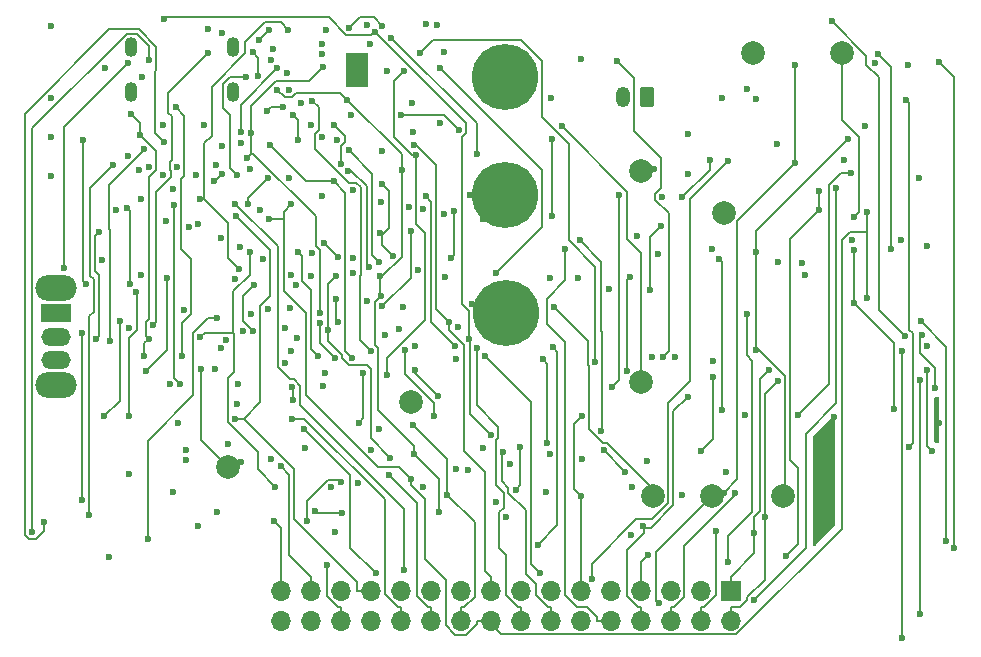
<source format=gbr>
%TF.GenerationSoftware,KiCad,Pcbnew,9.0.0*%
%TF.CreationDate,2025-03-28T12:19:08+02:00*%
%TF.ProjectId,EEE3088F_2025_Project,45454533-3038-4384-965f-323032355f50,rev?*%
%TF.SameCoordinates,Original*%
%TF.FileFunction,Copper,L2,Bot*%
%TF.FilePolarity,Positive*%
%FSLAX46Y46*%
G04 Gerber Fmt 4.6, Leading zero omitted, Abs format (unit mm)*
G04 Created by KiCad (PCBNEW 9.0.0) date 2025-03-28 12:19:08*
%MOMM*%
%LPD*%
G01*
G04 APERTURE LIST*
G04 Aperture macros list*
%AMRoundRect*
0 Rectangle with rounded corners*
0 $1 Rounding radius*
0 $2 $3 $4 $5 $6 $7 $8 $9 X,Y pos of 4 corners*
0 Add a 4 corners polygon primitive as box body*
4,1,4,$2,$3,$4,$5,$6,$7,$8,$9,$2,$3,0*
0 Add four circle primitives for the rounded corners*
1,1,$1+$1,$2,$3*
1,1,$1+$1,$4,$5*
1,1,$1+$1,$6,$7*
1,1,$1+$1,$8,$9*
0 Add four rect primitives between the rounded corners*
20,1,$1+$1,$2,$3,$4,$5,0*
20,1,$1+$1,$4,$5,$6,$7,0*
20,1,$1+$1,$6,$7,$8,$9,0*
20,1,$1+$1,$8,$9,$2,$3,0*%
G04 Aperture macros list end*
%TA.AperFunction,ComponentPad*%
%ADD10C,2.000000*%
%TD*%
%TA.AperFunction,ComponentPad*%
%ADD11C,5.600000*%
%TD*%
%TA.AperFunction,HeatsinkPad*%
%ADD12C,0.500000*%
%TD*%
%TA.AperFunction,HeatsinkPad*%
%ADD13R,1.900000X2.900000*%
%TD*%
%TA.AperFunction,ComponentPad*%
%ADD14RoundRect,0.250000X0.350000X0.625000X-0.350000X0.625000X-0.350000X-0.625000X0.350000X-0.625000X0*%
%TD*%
%TA.AperFunction,ComponentPad*%
%ADD15O,1.200000X1.750000*%
%TD*%
%TA.AperFunction,ComponentPad*%
%ADD16R,1.700000X1.700000*%
%TD*%
%TA.AperFunction,ComponentPad*%
%ADD17O,1.700000X1.700000*%
%TD*%
%TA.AperFunction,HeatsinkPad*%
%ADD18O,1.100000X1.700000*%
%TD*%
%TA.AperFunction,ComponentPad*%
%ADD19O,3.500000X2.200000*%
%TD*%
%TA.AperFunction,ComponentPad*%
%ADD20R,2.500000X1.500000*%
%TD*%
%TA.AperFunction,ComponentPad*%
%ADD21O,2.500000X1.500000*%
%TD*%
%TA.AperFunction,ViaPad*%
%ADD22C,0.600000*%
%TD*%
%TA.AperFunction,Conductor*%
%ADD23C,0.200000*%
%TD*%
G04 APERTURE END LIST*
D10*
%TO.P,TP6,1,1*%
%TO.N,Net-(JP3-B)*%
X103000000Y-92500000D03*
%TD*%
D11*
%TO.P,H2,1*%
%TO.N,GND*%
X84500000Y-91000000D03*
%TD*%
D10*
%TO.P,TP1,1,1*%
%TO.N,/IN-*%
X97000000Y-116500000D03*
%TD*%
D12*
%TO.P,U8,9,EPAD*%
%TO.N,GND*%
X71275000Y-79205000D03*
X71275000Y-80405000D03*
X71275000Y-81605000D03*
D13*
X71975000Y-80405000D03*
D12*
X72675000Y-79205000D03*
X72675000Y-80405000D03*
X72675000Y-81605000D03*
%TD*%
D14*
%TO.P,J3,1,Pin_1*%
%TO.N,GND*%
X96500000Y-82700000D03*
D15*
%TO.P,J3,2,Pin_2*%
%TO.N,/IN+*%
X94500000Y-82700000D03*
%TD*%
D10*
%TO.P,TP8,1,1*%
%TO.N,Net-(U2-AISEN)*%
X113000000Y-79000000D03*
%TD*%
D16*
%TO.P,J1,1,Pin_1*%
%TO.N,/Motor2_B_OUT*%
X103600000Y-124500000D03*
D17*
%TO.P,J1,2,Pin_2*%
%TO.N,/Motor2_A_OUT*%
X103600000Y-127040000D03*
%TO.P,J1,3,Pin_3*%
%TO.N,/Motor4_A_OUT*%
X101060000Y-124500000D03*
%TO.P,J1,4,Pin_4*%
%TO.N,/MOTOR2_CTRL1*%
X101060000Y-127040000D03*
%TO.P,J1,5,Pin_5*%
%TO.N,/Motor4_B_OUT*%
X98520000Y-124500000D03*
%TO.P,J1,6,Pin_6*%
%TO.N,/MOTOR2_CTRL2*%
X98520000Y-127040000D03*
%TO.P,J1,7,Pin_7*%
%TO.N,/CTRL_EXT_LOAD2*%
X95980000Y-124500000D03*
%TO.P,J1,8,Pin_8*%
%TO.N,/MOTOR4_CTRL1*%
X95980000Y-127040000D03*
%TO.P,J1,9,Pin_9*%
%TO.N,/USART2_RX*%
X93440000Y-124500000D03*
%TO.P,J1,10,Pin_10*%
%TO.N,/MOTOR4_CTRL2*%
X93440000Y-127040000D03*
%TO.P,J1,11,Pin_11*%
%TO.N,/EXT_LOAD2_OUT*%
X90900000Y-124500000D03*
%TO.P,J1,12,Pin_12*%
%TO.N,/USART2_TX*%
X90900000Y-127040000D03*
%TO.P,J1,13,Pin_13*%
%TO.N,/FAST_CHARGE_CTRL*%
X88360000Y-124500000D03*
%TO.P,J1,14,Pin_14*%
%TO.N,/Battery*%
X88360000Y-127040000D03*
%TO.P,J1,15,Pin_15*%
%TO.N,unconnected-(J1-Pin_15-Pad15)*%
X85820000Y-124500000D03*
%TO.P,J1,16,Pin_16*%
%TO.N,/I2C1_SCL*%
X85820000Y-127040000D03*
%TO.P,J1,17,Pin_17*%
%TO.N,/I2C1_SDA*%
X83280000Y-124500000D03*
%TO.P,J1,18,Pin_18*%
%TO.N,/3V3 Out*%
X83280000Y-127040000D03*
%TO.P,J1,19,Pin_19*%
%TO.N,GND*%
X80740000Y-124500000D03*
%TO.P,J1,20,Pin_20*%
%TO.N,/5V Out*%
X80740000Y-127040000D03*
%TO.P,J1,21,Pin_21*%
%TO.N,/EXT_LOAD1_OUT*%
X78200000Y-124500000D03*
%TO.P,J1,22,Pin_22*%
%TO.N,/HV*%
X78200000Y-127040000D03*
%TO.P,J1,23,Pin_23*%
%TO.N,GND*%
X75660000Y-124500000D03*
%TO.P,J1,24,Pin_24*%
%TO.N,/MOTOR3_CTRL1*%
X75660000Y-127040000D03*
%TO.P,J1,25,Pin_25*%
%TO.N,/CTRL_EXT_LOAD1*%
X73120000Y-124500000D03*
%TO.P,J1,26,Pin_26*%
%TO.N,/MOTOR3_CTRL2*%
X73120000Y-127040000D03*
%TO.P,J1,27,Pin_27*%
%TO.N,/MOTOR3_A_OUT*%
X70580000Y-124500000D03*
%TO.P,J1,28,Pin_28*%
%TO.N,/MOTOR1_CTRL1*%
X70580000Y-127040000D03*
%TO.P,J1,29,Pin_29*%
%TO.N,/MOTOR3_B_OUT*%
X68040000Y-124500000D03*
%TO.P,J1,30,Pin_30*%
%TO.N,/MOTOR1_CTRL2*%
X68040000Y-127040000D03*
%TO.P,J1,31,Pin_31*%
%TO.N,/MOTOR1_B_OUT*%
X65500000Y-124500000D03*
%TO.P,J1,32,Pin_32*%
%TO.N,/MOTOR1_A_OUT*%
X65500000Y-127040000D03*
%TD*%
D18*
%TO.P,J2,S1,Shield*%
%TO.N,GND*%
X61500000Y-82300000D03*
X61500000Y-78500000D03*
X52860000Y-82300000D03*
X52860000Y-78500000D03*
%TD*%
D11*
%TO.P,H1,1*%
%TO.N,GND*%
X84500000Y-81000000D03*
%TD*%
D10*
%TO.P,TP12,1,1*%
%TO.N,Net-(JP4-B)*%
X96000000Y-106860000D03*
%TD*%
%TO.P,TP7,1,1*%
%TO.N,/5V Out*%
X108000000Y-116500000D03*
%TD*%
%TO.P,TP10,1,1*%
%TO.N,/EXT_LOAD2_OUT*%
X76500000Y-108500000D03*
%TD*%
%TO.P,TP4,1,1*%
%TO.N,/5V*%
X96000000Y-89000000D03*
%TD*%
%TO.P,TP2,1,1*%
%TO.N,/EXT_LOAD1_OUT*%
X102000000Y-116500000D03*
%TD*%
D11*
%TO.P,H3,1*%
%TO.N,GND*%
X84550000Y-101000000D03*
%TD*%
D10*
%TO.P,TP3,1,1*%
%TO.N,Net-(Q2-D)*%
X105500000Y-79000000D03*
%TD*%
%TO.P,TP9,1,1*%
%TO.N,Net-(U1-AISEN)*%
X61000000Y-114000000D03*
%TD*%
D19*
%TO.P,SW1,*%
%TO.N,*%
X46500000Y-98900000D03*
X46500000Y-107100000D03*
D20*
%TO.P,SW1,1,A*%
%TO.N,/Battery*%
X46500000Y-101000000D03*
D21*
%TO.P,SW1,2,B*%
%TO.N,/IN-*%
X46500000Y-103000000D03*
%TO.P,SW1,3,C*%
%TO.N,unconnected-(SW1-C-Pad3)*%
X46500000Y-105000000D03*
%TD*%
D22*
%TO.N,GND*%
X109874400Y-97780100D03*
X120248800Y-95300000D03*
X46042000Y-86067100D03*
X62109400Y-86601700D03*
X114952000Y-85168200D03*
X61651300Y-98090500D03*
X76693000Y-85669500D03*
X99491100Y-116384000D03*
X68968700Y-78235400D03*
X74012000Y-91556000D03*
X66274300Y-100546000D03*
X103219000Y-114462000D03*
X118000000Y-94783700D03*
X74040100Y-87257700D03*
X60531500Y-77243900D03*
X60438600Y-94665900D03*
X61033300Y-112100000D03*
X51589000Y-92245500D03*
X57484900Y-112610000D03*
X56391500Y-90500100D03*
X81717100Y-100270000D03*
X58535000Y-119052000D03*
X76360300Y-92007400D03*
X59916300Y-105766000D03*
X81495400Y-91011600D03*
X56099000Y-107024000D03*
X83724300Y-117011000D03*
X52547800Y-87739600D03*
X53775900Y-80975300D03*
X57714800Y-93739900D03*
X112369900Y-109824300D03*
X67547200Y-112460000D03*
X113891000Y-94783700D03*
X59339300Y-76923500D03*
X118645000Y-79966900D03*
X90652100Y-97996500D03*
X95150600Y-119825000D03*
X102050000Y-95535900D03*
X70246300Y-86346600D03*
X68987800Y-86077500D03*
X115816000Y-79852700D03*
X66409200Y-97769900D03*
X71592100Y-97633400D03*
X68967200Y-79037200D03*
X84873600Y-113770000D03*
X79322900Y-92609700D03*
X66162500Y-82119500D03*
X69042100Y-107168000D03*
X60561600Y-86849300D03*
X46042000Y-76679300D03*
X62949900Y-101090000D03*
X99971800Y-89202200D03*
X52687400Y-114605000D03*
X72820200Y-76571500D03*
X72249100Y-80841500D03*
X119550000Y-89570200D03*
X56736000Y-88644200D03*
X104826200Y-109597500D03*
X59023200Y-85038100D03*
X73136200Y-112617000D03*
X121201700Y-110314500D03*
X80334100Y-104873000D03*
X82666300Y-112428000D03*
X80527800Y-102213000D03*
X60423500Y-103956000D03*
X64700800Y-113386000D03*
X50391900Y-96477100D03*
X52673400Y-102247000D03*
X96501600Y-113561000D03*
X53533100Y-88923900D03*
X120247700Y-103800000D03*
X77564000Y-92189200D03*
X95705100Y-94494400D03*
X68996100Y-91052600D03*
X109630000Y-96771300D03*
X79026500Y-84903600D03*
X66207200Y-89533600D03*
X90913000Y-79501100D03*
X69278700Y-106052000D03*
X46042000Y-89388500D03*
X104967000Y-82008300D03*
X57516100Y-113463000D03*
X84610000Y-118260000D03*
X80362500Y-114182000D03*
X53666800Y-97769900D03*
X60898100Y-103280600D03*
X113208000Y-88000000D03*
X68125700Y-95946200D03*
X46042000Y-82758200D03*
X99971800Y-85825100D03*
X58315400Y-89268400D03*
X62863400Y-88771400D03*
X55567300Y-89282200D03*
X68057600Y-85105100D03*
X57316600Y-100756000D03*
X96944300Y-104740000D03*
X72833600Y-99957900D03*
X97815700Y-91143700D03*
X54351200Y-88662600D03*
X69760300Y-115719200D03*
X55772000Y-93240500D03*
X67232600Y-83216800D03*
X79418300Y-97986600D03*
X65898200Y-102304000D03*
X60086200Y-117838000D03*
X88362200Y-82802400D03*
X107500000Y-86685200D03*
X68087900Y-97860800D03*
X90971700Y-113387000D03*
X88329400Y-98033100D03*
X64427900Y-100654000D03*
X62079000Y-95440300D03*
X79325100Y-78928600D03*
X56809400Y-110320000D03*
X93321900Y-99000000D03*
X105777000Y-82838900D03*
X63709100Y-92310000D03*
X81338400Y-114294000D03*
X66027800Y-80671000D03*
X61769800Y-108727000D03*
X50631000Y-80275500D03*
X77096700Y-97328700D03*
X55500000Y-85050300D03*
X58534900Y-93432600D03*
X82668600Y-93035000D03*
X56396700Y-116136000D03*
X95232100Y-115735000D03*
X88273300Y-112901000D03*
X65890100Y-105257000D03*
X66913700Y-103096000D03*
X97450000Y-95990000D03*
X70103200Y-119509900D03*
X73852400Y-110804000D03*
X60027500Y-88502400D03*
X72629500Y-79246500D03*
X72050000Y-115416500D03*
X107634000Y-96640900D03*
X75475400Y-102305000D03*
%TO.N,/Battery*%
X70377000Y-96222900D03*
X63997200Y-96431600D03*
X65030300Y-115706800D03*
X71583200Y-96372900D03*
X58678900Y-103022000D03*
X114023400Y-100125900D03*
X69199300Y-95045200D03*
X114023400Y-95677000D03*
X62878600Y-95853300D03*
X117397000Y-109147000D03*
X84319800Y-112762000D03*
%TO.N,Net-(U1-VINT)*%
X119824000Y-102874600D03*
X120882600Y-107300800D03*
%TO.N,Net-(U1-VCP)*%
X102580000Y-96387400D03*
X102851000Y-109240000D03*
X80180500Y-92330300D03*
X79928700Y-96347100D03*
%TO.N,Net-(U2-VCP)*%
X62569200Y-80991300D03*
X61812300Y-89322500D03*
X71192900Y-88933000D03*
X64689300Y-79567200D03*
X92657400Y-110973100D03*
X90805200Y-94828100D03*
X72959800Y-97126900D03*
%TO.N,/5V*%
X65178800Y-82091900D03*
X74848700Y-77691900D03*
X73898800Y-97899100D03*
X73999000Y-99547000D03*
X78876100Y-117877000D03*
X71101700Y-82942300D03*
X82092700Y-87523200D03*
X97069400Y-88811300D03*
X76752600Y-112930000D03*
X75730500Y-88894000D03*
%TO.N,Net-(JP3-B)*%
X74971300Y-96135500D03*
X71659400Y-90579300D03*
X73869000Y-94233700D03*
X58678300Y-91343300D03*
X61986300Y-97284300D03*
X74072100Y-90061200D03*
X66123700Y-76997700D03*
%TO.N,/3V3 Out*%
X115129200Y-99715100D03*
X66349000Y-91805500D03*
X64513400Y-93019600D03*
X115129200Y-92418800D03*
X76509600Y-115033000D03*
%TO.N,/5V Out*%
X97713500Y-93668300D03*
X66531800Y-108343000D03*
X105755200Y-95845300D03*
X79619400Y-116414700D03*
X105755200Y-104107300D03*
X66419300Y-107258000D03*
X113559600Y-86250100D03*
X76738400Y-110486900D03*
X96804300Y-99061100D03*
%TO.N,/HV*%
X66401100Y-104242000D03*
X62341900Y-102531000D03*
X74743800Y-113228900D03*
X53961000Y-104630700D03*
X109305100Y-109658800D03*
X53589000Y-85910400D03*
X54363200Y-103172000D03*
X99502400Y-91183200D03*
X52850000Y-84131500D03*
X69522300Y-102442300D03*
X74635200Y-114726000D03*
X113824000Y-89168500D03*
X101829000Y-88000000D03*
X70187800Y-97868200D03*
%TO.N,Net-(C13-Pad1)*%
X102087000Y-105073000D03*
%TO.N,Net-(D1-K)*%
X53223800Y-99239100D03*
X52670800Y-109716300D03*
%TO.N,Net-(D2-A)*%
X94854800Y-105877600D03*
X95108400Y-97916700D03*
%TO.N,Net-(D3-K)*%
X50577400Y-109716300D03*
X51890700Y-101674600D03*
%TO.N,Net-(J2-CC1)*%
X53956900Y-87136700D03*
X51041600Y-103331700D03*
%TO.N,Net-(J2-CC2)*%
X56594900Y-83582900D03*
X57133100Y-104653000D03*
%TO.N,/FAST_CHARGE_CTRL*%
X91857900Y-123499400D03*
X75942800Y-122746600D03*
X61667700Y-91767200D03*
X103340900Y-88156200D03*
%TO.N,Net-(Q2-D)*%
X88429600Y-92739600D03*
X74106200Y-100399100D03*
X105447000Y-79434500D03*
X76511200Y-94008400D03*
X88429600Y-86223000D03*
%TO.N,Net-(U1-AISEN)*%
X57014300Y-106977500D03*
X75820100Y-100517000D03*
X56454300Y-91880800D03*
X58754500Y-105760700D03*
X62141500Y-113583000D03*
%TO.N,Net-(U1-BISEN)*%
X81448300Y-103156500D03*
X76830900Y-103799000D03*
X83300300Y-111320200D03*
X73453200Y-77166400D03*
X55660500Y-76133300D03*
%TO.N,Net-(U2-AISEN)*%
X48762100Y-86344700D03*
X79026500Y-80289400D03*
X70320600Y-101771000D03*
X114034900Y-92849300D03*
X49038400Y-98537200D03*
X70217100Y-99841800D03*
X83699500Y-97639800D03*
%TO.N,Net-(U2-BISEN)*%
X116050100Y-79022000D03*
X77814500Y-76499900D03*
X117182300Y-95600100D03*
%TO.N,Net-(U8-~{CHRG})*%
X52517900Y-92109800D03*
X52759400Y-98569500D03*
X70097000Y-104808500D03*
X68795800Y-101834100D03*
X63264500Y-98593000D03*
X63149700Y-102479900D03*
X92129800Y-105104700D03*
X77252700Y-79000600D03*
%TO.N,Net-(U8-~{STDBY})*%
X87256100Y-120637300D03*
X60102900Y-101389200D03*
X74462300Y-80509900D03*
X54234800Y-120162000D03*
X88534800Y-103897000D03*
X97882500Y-104694900D03*
X93969800Y-79657000D03*
%TO.N,Net-(U6-VSET)*%
X55852900Y-97997400D03*
X78781500Y-108011000D03*
X54109200Y-105885300D03*
X76847000Y-105798800D03*
%TO.N,Net-(JP1-A)*%
X62977000Y-85762900D03*
X69061000Y-80189600D03*
X62637400Y-87851800D03*
X68797500Y-101006100D03*
%TO.N,Net-(JP4-B)*%
X70574200Y-115284700D03*
X89279600Y-85197500D03*
X77550300Y-115707000D03*
X80598000Y-85507000D03*
X71460400Y-84195200D03*
X75691400Y-84201000D03*
X67729400Y-118642000D03*
%TO.N,/IN-*%
X71297800Y-87214800D03*
X59846200Y-89847600D03*
X60572300Y-89254200D03*
X73860100Y-96682100D03*
X88616900Y-100470000D03*
X50135500Y-94130500D03*
X49893300Y-103212000D03*
%TO.N,/IN+*%
X69993000Y-89842100D03*
X64857000Y-78652800D03*
X53711600Y-91310000D03*
X64592800Y-86790500D03*
X71560900Y-104763000D03*
%TO.N,/I2C1_SDA*%
X76751400Y-86738900D03*
X74294200Y-102842000D03*
X79785000Y-101770000D03*
%TO.N,/I2C1_SCL*%
X77763300Y-91104700D03*
X80289700Y-103799000D03*
X82087800Y-103981000D03*
%TO.N,unconnected-(SW1-C-Pad3)*%
X73072600Y-78217300D03*
X47159300Y-97222200D03*
X52533300Y-79853700D03*
%TO.N,/Motor2_A_OUT*%
X48663000Y-102654100D03*
X63637500Y-77840300D03*
X107578900Y-106753900D03*
X48663000Y-116845200D03*
X87929700Y-116141000D03*
X59338200Y-78983500D03*
X54723900Y-101997200D03*
X64480100Y-76997700D03*
X106479700Y-118237900D03*
%TO.N,/MOTOR1_CTRL2*%
X118088400Y-104250300D03*
X118088400Y-128493100D03*
%TO.N,/MOTOR1_B_OUT*%
X85785400Y-112358300D03*
X87672900Y-104919200D03*
X68170900Y-83020000D03*
X88023900Y-112010600D03*
X94677200Y-114491500D03*
X70717100Y-117922900D03*
X101052800Y-112702500D03*
X92844200Y-112603800D03*
X68364700Y-117727100D03*
X64902900Y-118606600D03*
X73108600Y-104186400D03*
X102135400Y-106417500D03*
X85385500Y-115964200D03*
%TO.N,/MOTOR1_A_OUT*%
X103384400Y-122116400D03*
X104990300Y-101047100D03*
%TO.N,/MOTOR2_CTRL2*%
X103925900Y-116259100D03*
X120636200Y-112700900D03*
X87468300Y-123022400D03*
X120223000Y-105846600D03*
X82799800Y-104645000D03*
%TO.N,/MOTOR1_CTRL1*%
X121851900Y-120259900D03*
X112160800Y-76305900D03*
X69412500Y-122344900D03*
X78722900Y-76633300D03*
X119674400Y-101651400D03*
X118369700Y-102965500D03*
%TO.N,/MOTOR2_CTRL1*%
X119621300Y-126469700D03*
X64333100Y-83905100D03*
X119621300Y-106635800D03*
X55658000Y-86519100D03*
X45441300Y-118666900D03*
X102330000Y-119424600D03*
X65720200Y-83587300D03*
%TO.N,/Motor2_B_OUT*%
X63617400Y-80946400D03*
X54315100Y-79546300D03*
X63155100Y-78915200D03*
X44440700Y-119540200D03*
X106835900Y-105795000D03*
X105608600Y-119609600D03*
%TO.N,/MOTOR3_A_OUT*%
X111062900Y-92268600D03*
X50995600Y-121660000D03*
X111062900Y-90679100D03*
X108266900Y-121603200D03*
%TO.N,/MOTOR4_CTRL2*%
X89589300Y-95593300D03*
%TO.N,/MOTOR3_B_OUT*%
X78471400Y-109715000D03*
X94167000Y-90974900D03*
X68687000Y-104674800D03*
X93580600Y-107261600D03*
X65498900Y-113959600D03*
X75990300Y-104142400D03*
X66941800Y-95834600D03*
%TO.N,/MOTOR3_CTRL2*%
X105603600Y-125287400D03*
X112557100Y-90411800D03*
%TO.N,unconnected-(U2-~{FAULT}-Pad8)*%
X66787600Y-98636100D03*
%TO.N,/MOTOR4_CTRL1*%
X65198000Y-80289900D03*
X62138200Y-85702100D03*
X51321900Y-88441100D03*
X96175200Y-119055600D03*
X49284100Y-118065200D03*
X99971800Y-108074500D03*
%TO.N,/MOTOR3_CTRL1*%
X72509100Y-106030600D03*
X72125700Y-110283700D03*
X74517100Y-106200500D03*
X76913700Y-87604200D03*
X75948100Y-80484400D03*
X66428000Y-109972000D03*
X74117100Y-76690600D03*
X69369600Y-77031900D03*
X71306800Y-76854400D03*
%TO.N,/CTRL_EXT_LOAD2*%
X96628300Y-121464300D03*
X121250600Y-79700000D03*
X122536700Y-120864000D03*
%TO.N,/EXT_LOAD1_OUT*%
X61889900Y-107044000D03*
X109029000Y-88334200D03*
X73567200Y-123047400D03*
X102992000Y-116200000D03*
X97495500Y-125556000D03*
X109029000Y-79957000D03*
X76601600Y-83177900D03*
X67473800Y-110807700D03*
%TO.N,/CTRL_EXT_LOAD1*%
X61644200Y-109936000D03*
X62709900Y-91767300D03*
X70001400Y-85073400D03*
X64390200Y-89569200D03*
X70577200Y-88397400D03*
X61737200Y-92782800D03*
%TO.N,/EXT_LOAD2_OUT*%
X90971700Y-109715000D03*
X118437800Y-82942200D03*
X90900000Y-116510600D03*
X118697500Y-112317200D03*
%TO.N,unconnected-(U5-NC-Pad5)*%
X98901100Y-104746000D03*
%TO.N,Net-(JP2-A)*%
X102851000Y-82816000D03*
X66507100Y-84187500D03*
X66973800Y-86336700D03*
%TD*%
D23*
%TO.N,/Battery*%
X86250900Y-117680400D02*
X86250900Y-123080900D01*
X87088500Y-124885300D02*
X88091500Y-125888300D01*
X86250900Y-123080900D02*
X87088500Y-123918500D01*
X61538500Y-102694100D02*
X61538500Y-105997300D01*
X88091500Y-125888300D02*
X88360000Y-125888300D01*
X61002700Y-110237800D02*
X63564200Y-112799300D01*
X114023400Y-100125900D02*
X117397000Y-103499500D01*
X117397000Y-103499500D02*
X117397000Y-109147000D01*
X87088500Y-123918500D02*
X87088500Y-124885300D01*
X84783800Y-115778300D02*
X84783800Y-116213300D01*
X61488000Y-102643600D02*
X61538500Y-102694100D01*
X63564200Y-114240700D02*
X65030300Y-115706800D01*
X84783800Y-116213300D02*
X86250900Y-117680400D01*
X62878600Y-97740200D02*
X61488000Y-99130800D01*
X62878600Y-95853300D02*
X62878600Y-97740200D01*
X84234900Y-112846900D02*
X84234900Y-115229400D01*
X59057300Y-102643600D02*
X58678900Y-103022000D01*
X63564200Y-112799300D02*
X63564200Y-114240700D01*
X88360000Y-127040000D02*
X88360000Y-125888300D01*
X84319800Y-112762000D02*
X84234900Y-112846900D01*
X61488000Y-102643600D02*
X59057300Y-102643600D01*
X114023400Y-100125900D02*
X114023400Y-95677000D01*
X61538500Y-105997300D02*
X61002700Y-106533100D01*
X61488000Y-99130800D02*
X61488000Y-102643600D01*
X70377000Y-96222900D02*
X69199300Y-95045200D01*
X61002700Y-106533100D02*
X61002700Y-110237800D01*
X84234900Y-115229400D02*
X84783800Y-115778300D01*
%TO.N,Net-(U1-VINT)*%
X119824000Y-102874600D02*
X119645900Y-103052700D01*
X119645900Y-103052700D02*
X119645900Y-104416500D01*
X120882600Y-105653200D02*
X120882600Y-107300800D01*
X119645900Y-104416500D02*
X120882600Y-105653200D01*
%TO.N,Net-(U1-VCP)*%
X102580000Y-96387400D02*
X102851000Y-96658400D01*
X102851000Y-96658400D02*
X102851000Y-109240000D01*
X80180500Y-96095300D02*
X79928700Y-96347100D01*
X80180500Y-92330300D02*
X80180500Y-96095300D01*
%TO.N,Net-(U2-VCP)*%
X92657400Y-110973100D02*
X92731500Y-110899000D01*
X92658800Y-96681700D02*
X90805200Y-94828100D01*
X92658800Y-102534100D02*
X92658800Y-96681700D01*
X72787600Y-90245600D02*
X71475000Y-88933000D01*
X60581600Y-83617700D02*
X60581600Y-81644000D01*
X92731500Y-110899000D02*
X92731500Y-102606800D01*
X61234300Y-80991300D02*
X62569200Y-80991300D01*
X92731500Y-102606800D02*
X92658800Y-102534100D01*
X60581600Y-81644000D02*
X61234300Y-80991300D01*
X72959800Y-97126900D02*
X72787600Y-96954700D01*
X72787600Y-96954700D02*
X72787600Y-90245600D01*
X61175000Y-84211100D02*
X60581600Y-83617700D01*
X61175000Y-88685200D02*
X61175000Y-84211100D01*
X71475000Y-88933000D02*
X71192900Y-88933000D01*
X61812300Y-89322500D02*
X61175000Y-88685200D01*
%TO.N,/5V*%
X65178800Y-82091900D02*
X65829300Y-82742400D01*
X75730500Y-88894000D02*
X75730500Y-96237700D01*
X76752600Y-112930000D02*
X78876100Y-115053500D01*
X65829300Y-82742400D02*
X66423100Y-82742400D01*
X76752600Y-112283200D02*
X73710300Y-109240900D01*
X82092700Y-84935900D02*
X74848700Y-77691900D01*
X76752600Y-112930000D02*
X76752600Y-112283200D01*
X73999000Y-99547000D02*
X73898800Y-99446800D01*
X73710300Y-109240900D02*
X73710300Y-103937200D01*
X75730500Y-96237700D02*
X74069100Y-97899100D01*
X73710300Y-103937200D02*
X73504500Y-103731400D01*
X75730500Y-88894000D02*
X75730500Y-87571100D01*
X74069100Y-97899100D02*
X73898800Y-97899100D01*
X78876100Y-115053500D02*
X78876100Y-117877000D01*
X82092700Y-87523200D02*
X82092700Y-84935900D01*
X75730500Y-87571100D02*
X71101700Y-82942300D01*
X73504500Y-103731400D02*
X73504500Y-100041500D01*
X70541200Y-82381800D02*
X71101700Y-82942300D01*
X66423100Y-82742400D02*
X66783700Y-82381800D01*
X66783700Y-82381800D02*
X70541200Y-82381800D01*
X73898800Y-99446800D02*
X73898800Y-97899100D01*
X73504500Y-100041500D02*
X73999000Y-99547000D01*
%TO.N,Net-(JP3-B)*%
X62504200Y-79000300D02*
X59655200Y-81849300D01*
X61051900Y-93399200D02*
X61051900Y-96349900D01*
X74069500Y-94426000D02*
X74061300Y-94426000D01*
X74657500Y-93838000D02*
X74657500Y-90646600D01*
X74061300Y-94426000D02*
X73869000Y-94233700D01*
X74069500Y-94426000D02*
X74657500Y-93838000D01*
X74069500Y-95233700D02*
X74069500Y-94426000D01*
X58996000Y-91343300D02*
X61051900Y-93399200D01*
X74657500Y-90646600D02*
X74072100Y-90061200D01*
X61051900Y-96349900D02*
X61986300Y-97284300D01*
X66123700Y-76997700D02*
X65520100Y-76394100D01*
X65520100Y-76394100D02*
X64187100Y-76394100D01*
X64187100Y-76394100D02*
X62504200Y-78077000D01*
X59655200Y-81849300D02*
X59655200Y-85975800D01*
X62504200Y-78077000D02*
X62504200Y-79000300D01*
X58678300Y-91343300D02*
X58996000Y-91343300D01*
X74971300Y-96135500D02*
X74069500Y-95233700D01*
X59655200Y-85975800D02*
X58996000Y-86635000D01*
X58996000Y-86635000D02*
X58996000Y-91343300D01*
%TO.N,/3V3 Out*%
X115129200Y-99715100D02*
X115129200Y-94158000D01*
X113017000Y-119273400D02*
X113017000Y-94801400D01*
X113660400Y-94158000D02*
X115129200Y-94158000D01*
X76509600Y-115033000D02*
X76509600Y-115532200D01*
X82704200Y-127040000D02*
X82128300Y-127040000D01*
X79470000Y-123608900D02*
X79470000Y-127404200D01*
X65744600Y-93019600D02*
X65744600Y-99090300D01*
X77721500Y-116744100D02*
X77721500Y-121860400D01*
X76509600Y-115532200D02*
X77721500Y-116744100D01*
X64513400Y-93019600D02*
X65744600Y-93019600D01*
X82128300Y-127308500D02*
X82128300Y-127040000D01*
X84143800Y-128205000D02*
X104085400Y-128205000D01*
X65744600Y-93019600D02*
X65744600Y-92409900D01*
X77721500Y-121860400D02*
X79470000Y-123608900D01*
X83280000Y-127040000D02*
X82978800Y-127040000D01*
X82978800Y-127040000D02*
X84143800Y-128205000D01*
X81214600Y-128222200D02*
X82128300Y-127308500D01*
X79470000Y-127404200D02*
X80288000Y-128222200D01*
X67617900Y-100963600D02*
X67617900Y-107959200D01*
X73713800Y-114055100D02*
X75531700Y-114055100D01*
X67617900Y-107959200D02*
X73713800Y-114055100D01*
X82704200Y-127040000D02*
X82978800Y-127040000D01*
X65744600Y-99090300D02*
X67617900Y-100963600D01*
X65744600Y-92409900D02*
X66349000Y-91805500D01*
X115129200Y-94158000D02*
X115129200Y-92418800D01*
X80288000Y-128222200D02*
X81214600Y-128222200D01*
X113017000Y-94801400D02*
X113660400Y-94158000D01*
X75531700Y-114055100D02*
X76509600Y-115033000D01*
X104085400Y-128205000D02*
X113017000Y-119273400D01*
%TO.N,/5V Out*%
X96804300Y-94577500D02*
X96804300Y-99061100D01*
X66531800Y-107370500D02*
X66531800Y-108343000D01*
X80740000Y-125888300D02*
X81027900Y-125888300D01*
X97713500Y-93668300D02*
X96804300Y-94577500D01*
X81027900Y-125888300D02*
X81910000Y-125006200D01*
X108182200Y-116317800D02*
X108000000Y-116500000D01*
X79619400Y-113367900D02*
X76738400Y-110486900D01*
X81910000Y-118705300D02*
X79619400Y-116414700D01*
X79619400Y-116414700D02*
X79619400Y-113367900D01*
X105755200Y-95845300D02*
X105755200Y-94054500D01*
X105755200Y-94054500D02*
X113559600Y-86250100D01*
X108182200Y-106289300D02*
X108182200Y-116317800D01*
X106000200Y-104107300D02*
X108182200Y-106289300D01*
X80740000Y-127040000D02*
X80740000Y-125888300D01*
X105755200Y-104107300D02*
X105755200Y-95845300D01*
X81910000Y-125006200D02*
X81910000Y-118705300D01*
X66419300Y-107258000D02*
X66531800Y-107370500D01*
X105755200Y-104107300D02*
X106000200Y-104107300D01*
%TO.N,/HV*%
X69522300Y-98533700D02*
X69522300Y-102442300D01*
X54363200Y-101507100D02*
X54122200Y-101748100D01*
X74743800Y-113228900D02*
X73127500Y-111612600D01*
X72788200Y-105400500D02*
X71317500Y-105400500D01*
X54363200Y-89501600D02*
X54363200Y-101507100D01*
X73127500Y-111612600D02*
X73127500Y-105739800D01*
X71317500Y-105400500D02*
X70698700Y-104781700D01*
X70698700Y-104559300D02*
X69522300Y-103382900D01*
X78200000Y-125888300D02*
X77931500Y-125888300D01*
X101829000Y-88856600D02*
X99502400Y-91183200D01*
X54122200Y-102931000D02*
X54363200Y-103172000D01*
X69522300Y-103382900D02*
X69522300Y-102442300D01*
X111955400Y-107008500D02*
X109305100Y-109658800D01*
X70698700Y-104781700D02*
X70698700Y-104559300D01*
X53589000Y-85910400D02*
X54967100Y-87288500D01*
X52850000Y-84131500D02*
X53589000Y-84870500D01*
X70187800Y-97868200D02*
X69522300Y-98533700D01*
X53589000Y-84870500D02*
X53589000Y-85910400D01*
X54363200Y-103172000D02*
X53961000Y-103574200D01*
X111955400Y-90162700D02*
X111955400Y-107008500D01*
X54967100Y-87288500D02*
X54967100Y-88897700D01*
X73127500Y-105739800D02*
X72788200Y-105400500D01*
X54122200Y-101748100D02*
X54122200Y-102931000D01*
X112949600Y-89168500D02*
X111955400Y-90162700D01*
X77007700Y-117098500D02*
X74635200Y-114726000D01*
X113824000Y-89168500D02*
X112949600Y-89168500D01*
X78200000Y-127040000D02*
X78200000Y-125888300D01*
X101829000Y-88000000D02*
X101829000Y-88856600D01*
X77007700Y-124964500D02*
X77007700Y-117098500D01*
X54967100Y-88897700D02*
X54363200Y-89501600D01*
X77931500Y-125888300D02*
X77007700Y-124964500D01*
X53961000Y-103574200D02*
X53961000Y-104630700D01*
%TO.N,Net-(D1-K)*%
X52670800Y-103100500D02*
X52670800Y-109716300D01*
X53307700Y-99323000D02*
X53307700Y-102463700D01*
X53223800Y-99239100D02*
X53307700Y-99323000D01*
X53307700Y-102463700D02*
X52670900Y-103100500D01*
X52670900Y-103100500D02*
X52670800Y-103100500D01*
%TO.N,Net-(D2-A)*%
X94854800Y-98170300D02*
X94854800Y-105877600D01*
X95108400Y-97916700D02*
X94854800Y-98170300D01*
%TO.N,Net-(D3-K)*%
X51890700Y-101674600D02*
X51890700Y-108403000D01*
X51890700Y-108403000D02*
X50577400Y-109716300D01*
%TO.N,Net-(J2-CC1)*%
X51041600Y-93962600D02*
X50978500Y-93899500D01*
X50978500Y-90193500D02*
X53956900Y-87215100D01*
X50978500Y-93899500D02*
X50978500Y-90193500D01*
X53956900Y-87215100D02*
X53956900Y-87136700D01*
X51041600Y-103331700D02*
X51041600Y-93962600D01*
%TO.N,Net-(J2-CC2)*%
X57348000Y-84336000D02*
X56594900Y-83582900D01*
X57923600Y-96427200D02*
X57091100Y-95594700D01*
X57133100Y-104653000D02*
X57133100Y-101849600D01*
X57923600Y-101059100D02*
X57923600Y-96427200D01*
X57348000Y-89431600D02*
X57348000Y-84336000D01*
X57133100Y-101849600D02*
X57923600Y-101059100D01*
X57091100Y-89688500D02*
X57348000Y-89431600D01*
X57091100Y-95594700D02*
X57091100Y-89688500D01*
%TO.N,/FAST_CHARGE_CTRL*%
X100178300Y-106791800D02*
X98320000Y-108650100D01*
X95607600Y-118453900D02*
X91857900Y-122203600D01*
X66633100Y-106592900D02*
X66308000Y-106592900D01*
X96928200Y-118453900D02*
X95607600Y-118453900D01*
X67174800Y-107134600D02*
X66633100Y-106592900D01*
X75942800Y-117563000D02*
X67174800Y-108795000D01*
X98320000Y-117062100D02*
X96928200Y-118453900D01*
X91857900Y-122203600D02*
X91857900Y-123499400D01*
X67174800Y-108795000D02*
X67174800Y-107134600D01*
X75942800Y-122746600D02*
X75942800Y-117563000D01*
X65249500Y-105534400D02*
X65249500Y-95349000D01*
X98320000Y-108650100D02*
X98320000Y-117062100D01*
X65249500Y-95349000D02*
X61667700Y-91767200D01*
X103340900Y-88156200D02*
X100178300Y-91318800D01*
X66308000Y-106592900D02*
X65249500Y-105534400D01*
X100178300Y-91318800D02*
X100178300Y-106791800D01*
%TO.N,Net-(Q2-D)*%
X76495000Y-98010300D02*
X74106200Y-100399100D01*
X105447000Y-79434500D02*
X105447000Y-79053000D01*
X88429600Y-86223000D02*
X88429600Y-92739600D01*
X76511200Y-94008400D02*
X76495000Y-94024600D01*
X76495000Y-94024600D02*
X76495000Y-98010300D01*
X105447000Y-79053000D02*
X105500000Y-79000000D01*
%TO.N,Net-(U1-AISEN)*%
X56500800Y-106464000D02*
X56500800Y-91927300D01*
X61000000Y-114000000D02*
X58754500Y-111754500D01*
X57014300Y-106977500D02*
X56500800Y-106464000D01*
X56500800Y-91927300D02*
X56454300Y-91880800D01*
X58754500Y-111754500D02*
X58754500Y-105760700D01*
%TO.N,Net-(U1-BISEN)*%
X81486100Y-103194300D02*
X81486100Y-109506000D01*
X76197300Y-79882700D02*
X76169500Y-79882700D01*
X81448300Y-100852100D02*
X80855200Y-100259000D01*
X81199800Y-84885200D02*
X76197300Y-79882700D01*
X80855200Y-86100900D02*
X81199800Y-85756300D01*
X55660500Y-76133300D02*
X55822500Y-75971300D01*
X81486100Y-109506000D02*
X83300300Y-111320200D01*
X76169500Y-79882700D02*
X73453200Y-77166400D01*
X73163500Y-77456100D02*
X73453200Y-77166400D01*
X55822500Y-75971300D02*
X69572900Y-75971300D01*
X69572900Y-75971300D02*
X71057700Y-77456100D01*
X81448300Y-103156500D02*
X81448300Y-100852100D01*
X80855200Y-100259000D02*
X80855200Y-86100900D01*
X81448300Y-103156500D02*
X81486100Y-103194300D01*
X71057700Y-77456100D02*
X73163500Y-77456100D01*
X81199800Y-85756300D02*
X81199800Y-84885200D01*
%TO.N,Net-(U2-AISEN)*%
X48762100Y-98260900D02*
X49038400Y-98537200D01*
X113000000Y-79000000D02*
X113000000Y-84655700D01*
X87644400Y-93694900D02*
X87644400Y-88907300D01*
X114425700Y-92458500D02*
X114034900Y-92849300D01*
X87644400Y-88907300D02*
X79026500Y-80289400D01*
X70217100Y-101667500D02*
X70217100Y-99841800D01*
X70320600Y-101771000D02*
X70217100Y-101667500D01*
X114425700Y-86081400D02*
X114425700Y-92458500D01*
X83699500Y-97639800D02*
X87644400Y-93694900D01*
X48762100Y-86344700D02*
X48762100Y-98260900D01*
X113000000Y-84655700D02*
X114425700Y-86081400D01*
%TO.N,Net-(U2-BISEN)*%
X116050100Y-79022000D02*
X117182300Y-80154200D01*
X117182300Y-80154200D02*
X117182300Y-95600100D01*
%TO.N,Net-(U8-~{CHRG})*%
X62311500Y-101641700D02*
X62311500Y-99546000D01*
X52759400Y-92351300D02*
X52759400Y-98569500D01*
X63149700Y-102479900D02*
X62311500Y-101641700D01*
X70097000Y-104808500D02*
X68795800Y-103507300D01*
X87629900Y-84398900D02*
X87629900Y-79678800D01*
X85842500Y-77891400D02*
X78361900Y-77891400D01*
X92129800Y-97055700D02*
X89896800Y-94822700D01*
X89896800Y-94822700D02*
X89896800Y-86665800D01*
X68795800Y-103507300D02*
X68795800Y-101834100D01*
X78361900Y-77891400D02*
X77252700Y-79000600D01*
X52517900Y-92109800D02*
X52759400Y-92351300D01*
X92129800Y-105104700D02*
X92129800Y-97055700D01*
X62311500Y-99546000D02*
X63264500Y-98593000D01*
X89896800Y-86665800D02*
X87629900Y-84398900D01*
X87629900Y-79678800D02*
X85842500Y-77891400D01*
%TO.N,Net-(U8-~{STDBY})*%
X97691100Y-87859700D02*
X95431700Y-85600300D01*
X97691100Y-90417400D02*
X97691100Y-87859700D01*
X97214000Y-90894500D02*
X97691100Y-90417400D01*
X97214000Y-91392900D02*
X97214000Y-90894500D01*
X88921300Y-118972100D02*
X87256100Y-120637300D01*
X98349300Y-92528200D02*
X97214000Y-91392900D01*
X88921300Y-104283500D02*
X88921300Y-118972100D01*
X54234800Y-111792800D02*
X58050800Y-107976800D01*
X95431700Y-85600300D02*
X95431700Y-81118900D01*
X95431700Y-81118900D02*
X93969800Y-79657000D01*
X54234800Y-120162000D02*
X54234800Y-111792800D01*
X88534800Y-103897000D02*
X88921300Y-104283500D01*
X98349300Y-104228100D02*
X98349300Y-92528200D01*
X97882500Y-104694900D02*
X98349300Y-104228100D01*
X58050800Y-102721900D02*
X59383500Y-101389200D01*
X59383500Y-101389200D02*
X60102900Y-101389200D01*
X58050800Y-107976800D02*
X58050800Y-102721900D01*
%TO.N,Net-(U6-VSET)*%
X55852900Y-97997400D02*
X55852900Y-104141600D01*
X78781500Y-108011000D02*
X76847000Y-106076500D01*
X76847000Y-106076500D02*
X76847000Y-105798800D01*
X55852900Y-104141600D02*
X54109200Y-105885300D01*
%TO.N,Net-(JP1-A)*%
X68797500Y-95630600D02*
X68489600Y-95322700D01*
X68489600Y-95322700D02*
X68489600Y-92817700D01*
X62977000Y-87512200D02*
X62977000Y-85762900D01*
X65084000Y-81335800D02*
X67914800Y-81335800D01*
X62977000Y-83442800D02*
X65084000Y-81335800D01*
X68489600Y-92817700D02*
X63184100Y-87512200D01*
X63184100Y-87512200D02*
X62977000Y-87512200D01*
X67914800Y-81335800D02*
X69061000Y-80189600D01*
X62977000Y-85762900D02*
X62977000Y-83442800D01*
X62977000Y-87512200D02*
X62637400Y-87851800D01*
X68797500Y-101006100D02*
X68797500Y-95630600D01*
%TO.N,Net-(JP4-B)*%
X96000000Y-106860000D02*
X96000000Y-95873800D01*
X96000000Y-95873800D02*
X94849900Y-94723700D01*
X94849900Y-94723700D02*
X94849900Y-90767800D01*
X70406900Y-115117400D02*
X70574200Y-115284700D01*
X80598000Y-85507000D02*
X79292000Y-84201000D01*
X67729400Y-116886800D02*
X69498800Y-115117400D01*
X94849900Y-90767800D02*
X89279600Y-85197500D01*
X79292000Y-84201000D02*
X75691400Y-84201000D01*
X67729400Y-118642000D02*
X67729400Y-116886800D01*
X69498800Y-115117400D02*
X70406900Y-115117400D01*
%TO.N,/IN-*%
X91602200Y-110792000D02*
X91602200Y-105427900D01*
X91602200Y-105427900D02*
X91528100Y-105353800D01*
X59846200Y-89847600D02*
X59978900Y-89847600D01*
X73265700Y-89182700D02*
X71297800Y-87214800D01*
X50132100Y-102973200D02*
X50132100Y-97814600D01*
X49893300Y-103212000D02*
X50132100Y-102973200D01*
X91528100Y-103381200D02*
X88616900Y-100470000D01*
X97000000Y-115908700D02*
X93093400Y-112002100D01*
X73860100Y-96682100D02*
X73265700Y-96087700D01*
X59978900Y-89847600D02*
X60572300Y-89254200D01*
X91528100Y-105353800D02*
X91528100Y-103381200D01*
X73265700Y-96087700D02*
X73265700Y-89182700D01*
X49781700Y-97464200D02*
X49781700Y-94484300D01*
X92812300Y-112002100D02*
X91602200Y-110792000D01*
X93093400Y-112002100D02*
X92812300Y-112002100D01*
X50132100Y-97814600D02*
X49781700Y-97464200D01*
X49781700Y-94484300D02*
X50135500Y-94130500D01*
X97000000Y-116500000D02*
X97000000Y-115908700D01*
%TO.N,/IN+*%
X67644400Y-89842100D02*
X64592800Y-86790500D01*
X71560900Y-104763000D02*
X70979000Y-104181100D01*
X70979000Y-90828100D02*
X69993000Y-89842100D01*
X69993000Y-89842100D02*
X67644400Y-89842100D01*
X70979000Y-104181100D02*
X70979000Y-90828100D01*
%TO.N,/I2C1_SDA*%
X82804100Y-114428900D02*
X81049000Y-112673800D01*
X81049000Y-103687500D02*
X79785000Y-102423500D01*
X82804100Y-122872400D02*
X82804100Y-114428900D01*
X83280000Y-124500000D02*
X83280000Y-123348300D01*
X78684700Y-100669700D02*
X78684700Y-88493600D01*
X79785000Y-101770000D02*
X78684700Y-100669700D01*
X81049000Y-112673800D02*
X81049000Y-103687500D01*
X79785000Y-102423500D02*
X79785000Y-101770000D01*
X78684700Y-88493600D02*
X76930000Y-86738900D01*
X76930000Y-86738900D02*
X76751400Y-86738900D01*
X83280000Y-123348300D02*
X82804100Y-122872400D01*
%TO.N,/I2C1_SCL*%
X82087800Y-103981000D02*
X82087800Y-108821400D01*
X83703900Y-111767500D02*
X83703900Y-115552200D01*
X84367300Y-117491800D02*
X83995300Y-117863800D01*
X84550000Y-124886800D02*
X85551500Y-125888300D01*
X83703900Y-115552200D02*
X84367300Y-116215600D01*
X83902200Y-110635800D02*
X83902200Y-111569200D01*
X77763300Y-91104700D02*
X78247600Y-91589000D01*
X78247600Y-101756900D02*
X80289700Y-103799000D01*
X83995300Y-120921500D02*
X84550000Y-121476200D01*
X78247600Y-91589000D02*
X78247600Y-101756900D01*
X85820000Y-127040000D02*
X85820000Y-125888300D01*
X82087800Y-108821400D02*
X83902200Y-110635800D01*
X84550000Y-121476200D02*
X84550000Y-124886800D01*
X85551500Y-125888300D02*
X85820000Y-125888300D01*
X84367300Y-116215600D02*
X84367300Y-117491800D01*
X83995300Y-117863800D02*
X83995300Y-120921500D01*
X83902200Y-111569200D02*
X83703900Y-111767500D01*
%TO.N,unconnected-(SW1-C-Pad3)*%
X47159300Y-97222200D02*
X47159300Y-85227700D01*
X47159300Y-85227700D02*
X52533300Y-79853700D01*
%TO.N,/Motor2_A_OUT*%
X48663000Y-102654100D02*
X48663000Y-116845200D01*
X55945500Y-82376200D02*
X59338200Y-78983500D01*
X56121400Y-88880500D02*
X56121400Y-88200300D01*
X105001900Y-125278200D02*
X104391800Y-125888300D01*
X104391800Y-125888300D02*
X103600000Y-125888300D01*
X55945500Y-84028400D02*
X55945500Y-82376200D01*
X56188400Y-88947500D02*
X56121400Y-88880500D01*
X54963400Y-101757700D02*
X54963400Y-90744500D01*
X106479700Y-123560500D02*
X105001900Y-125038300D01*
X56121400Y-88200300D02*
X56259700Y-88062000D01*
X56188400Y-89519500D02*
X56188400Y-88947500D01*
X54723900Y-101997200D02*
X54963400Y-101757700D01*
X106479700Y-107853100D02*
X106479700Y-118237900D01*
X107578900Y-106753900D02*
X106479700Y-107853100D01*
X54963400Y-90744500D02*
X56188400Y-89519500D01*
X103600000Y-127040000D02*
X103600000Y-125888300D01*
X64480100Y-76997700D02*
X63637500Y-77840300D01*
X106479700Y-118237900D02*
X106479700Y-123560500D01*
X56259700Y-88062000D02*
X56259700Y-84342600D01*
X105001900Y-125038300D02*
X105001900Y-125278200D01*
X56259700Y-84342600D02*
X55945500Y-84028400D01*
%TO.N,/MOTOR1_CTRL2*%
X118088400Y-104250300D02*
X118088400Y-128493100D01*
%TO.N,/MOTOR1_B_OUT*%
X65500000Y-124500000D02*
X65500000Y-119203700D01*
X68386100Y-87099700D02*
X71246600Y-89960200D01*
X65500000Y-119203700D02*
X64902900Y-118606600D01*
X87672900Y-104919200D02*
X88023900Y-105270200D01*
X71906000Y-89960200D02*
X72309500Y-90363700D01*
X94677200Y-114436800D02*
X94677200Y-114491500D01*
X92844200Y-112603800D02*
X94677200Y-114436800D01*
X68738600Y-83587700D02*
X68738600Y-85475800D01*
X68364700Y-117727100D02*
X68560500Y-117922900D01*
X68738600Y-85475800D02*
X68386100Y-85828300D01*
X68560500Y-117922900D02*
X70717100Y-117922900D01*
X85785400Y-112358300D02*
X85785400Y-115564300D01*
X72197300Y-103275100D02*
X73108600Y-104186400D01*
X71246600Y-89960200D02*
X71906000Y-89960200D01*
X72309500Y-90363700D02*
X72309500Y-97764800D01*
X88023900Y-105270200D02*
X88023900Y-112010600D01*
X72309500Y-97764800D02*
X72197300Y-97877000D01*
X85785400Y-115564300D02*
X85385500Y-115964200D01*
X72197300Y-97877000D02*
X72197300Y-103275100D01*
X102135400Y-111619900D02*
X102135400Y-106417500D01*
X101052800Y-112702500D02*
X102135400Y-111619900D01*
X68386100Y-85828300D02*
X68386100Y-87099700D01*
X68170900Y-83020000D02*
X68738600Y-83587700D01*
%TO.N,/MOTOR1_A_OUT*%
X105433900Y-105014100D02*
X105433900Y-117799900D01*
X103384400Y-119849400D02*
X103384400Y-122116400D01*
X104990300Y-104570500D02*
X105433900Y-105014100D01*
X104990300Y-101047100D02*
X104990300Y-104570500D01*
X105433900Y-117799900D02*
X103384400Y-119849400D01*
%TO.N,/MOTOR2_CTRL2*%
X120223000Y-112287700D02*
X120223000Y-105846600D01*
X98808000Y-125888300D02*
X98520000Y-125888300D01*
X86654100Y-108499300D02*
X86654100Y-122208200D01*
X99671700Y-120688800D02*
X99671700Y-125024600D01*
X98520000Y-127040000D02*
X98520000Y-125888300D01*
X103925900Y-116434600D02*
X99671700Y-120688800D01*
X82799800Y-104645000D02*
X86654100Y-108499300D01*
X99671700Y-125024600D02*
X98808000Y-125888300D01*
X120636200Y-112700900D02*
X120223000Y-112287700D01*
X103925900Y-116259100D02*
X103925900Y-116434600D01*
X86654100Y-122208200D02*
X87468300Y-123022400D01*
%TO.N,/MOTOR1_CTRL1*%
X115091300Y-80000900D02*
X115091300Y-79236400D01*
X116117900Y-100713700D02*
X116117900Y-81027500D01*
X118369700Y-102965500D02*
X116117900Y-100713700D01*
X70311500Y-125888300D02*
X70580000Y-125888300D01*
X115091300Y-79236400D02*
X112160800Y-76305900D01*
X69412500Y-122344900D02*
X69412500Y-124989300D01*
X116117900Y-81027500D02*
X115091300Y-80000900D01*
X70580000Y-127040000D02*
X70580000Y-125888300D01*
X119674400Y-101651400D02*
X121851900Y-103828900D01*
X69412500Y-124989300D02*
X70311500Y-125888300D01*
X121851900Y-103828900D02*
X121851900Y-120259900D01*
%TO.N,/MOTOR2_CTRL1*%
X54958700Y-80456400D02*
X54958700Y-78433400D01*
X44743200Y-120156000D02*
X45441300Y-119457900D01*
X54857100Y-80558000D02*
X54958700Y-80456400D01*
X102330000Y-124886800D02*
X101328500Y-125888300D01*
X64650900Y-83587300D02*
X64333100Y-83905100D01*
X101328500Y-125888300D02*
X101060000Y-125888300D01*
X54958700Y-78433400D02*
X53462800Y-76937500D01*
X54857100Y-85718200D02*
X54857100Y-80558000D01*
X101060000Y-127040000D02*
X101060000Y-125888300D01*
X119621300Y-106635800D02*
X119621300Y-126469700D01*
X53462800Y-76937500D02*
X50996300Y-76937500D01*
X65720200Y-83587300D02*
X64650900Y-83587300D01*
X45441300Y-119457900D02*
X45441300Y-118666900D01*
X102330000Y-119424600D02*
X102330000Y-124886800D01*
X55658000Y-86519100D02*
X54857100Y-85718200D01*
X43812900Y-84120900D02*
X43812900Y-119768800D01*
X43812900Y-119768800D02*
X44200100Y-120156000D01*
X44200100Y-120156000D02*
X44743200Y-120156000D01*
X50996300Y-76937500D02*
X43812900Y-84120900D01*
%TO.N,/Motor2_B_OUT*%
X44440700Y-119540200D02*
X44440700Y-85369400D01*
X103600000Y-124500000D02*
X103600000Y-123976900D01*
X63617400Y-80946400D02*
X63617400Y-79377500D01*
X106077900Y-117772200D02*
X105608600Y-118241500D01*
X63617400Y-79377500D02*
X63155100Y-78915200D01*
X103600000Y-123976900D02*
X103600000Y-123965400D01*
X105608600Y-119609600D02*
X105608600Y-121339700D01*
X53295300Y-77339200D02*
X54315100Y-78359000D01*
X54315100Y-78359000D02*
X54315100Y-79546300D01*
X52470900Y-77339200D02*
X53295300Y-77339200D01*
X105608600Y-118241500D02*
X105608600Y-119609600D01*
X105608600Y-121339700D02*
X103600000Y-123348300D01*
X44440700Y-85369400D02*
X52470900Y-77339200D01*
X103600000Y-123965400D02*
X103600000Y-123348300D01*
X106835900Y-105795000D02*
X106077900Y-106553000D01*
X106077900Y-106553000D02*
X106077900Y-117772200D01*
%TO.N,/MOTOR3_A_OUT*%
X109316400Y-114087800D02*
X108642900Y-113414300D01*
X108642900Y-113414300D02*
X108642900Y-94688600D01*
X109316400Y-120553700D02*
X109316400Y-114087800D01*
X111062900Y-90679100D02*
X111062900Y-92268600D01*
X108642900Y-94688600D02*
X111062900Y-92268600D01*
X108266900Y-121603200D02*
X109316400Y-120553700D01*
%TO.N,/MOTOR4_CTRL2*%
X89545700Y-103469800D02*
X88010800Y-101934900D01*
X92288300Y-126752000D02*
X91424600Y-125888300D01*
X91424600Y-125888300D02*
X90604300Y-125888300D01*
X90604300Y-125888300D02*
X89545700Y-124829700D01*
X92288300Y-127040000D02*
X92288300Y-126752000D01*
X89589300Y-98210600D02*
X89589300Y-95593300D01*
X89545700Y-124829700D02*
X89545700Y-103469800D01*
X93440000Y-127040000D02*
X92288300Y-127040000D01*
X88010800Y-101934900D02*
X88010800Y-99789100D01*
X88010800Y-99789100D02*
X89589300Y-98210600D01*
%TO.N,/MOTOR3_B_OUT*%
X66214000Y-121522300D02*
X68040000Y-123348300D01*
X66941800Y-95834600D02*
X67294100Y-96186900D01*
X94167000Y-106675200D02*
X94167000Y-90974900D01*
X68087600Y-99085100D02*
X68087600Y-104075400D01*
X93580600Y-107261600D02*
X94167000Y-106675200D01*
X78471400Y-108630400D02*
X75990300Y-106149300D01*
X68087600Y-104075400D02*
X68687000Y-104674800D01*
X66214000Y-114674700D02*
X66214000Y-121522300D01*
X68040000Y-124500000D02*
X68040000Y-123348300D01*
X65498900Y-113959600D02*
X66214000Y-114674700D01*
X78471400Y-109715000D02*
X78471400Y-108630400D01*
X67294100Y-98291600D02*
X68087600Y-99085100D01*
X67294100Y-96186900D02*
X67294100Y-98291600D01*
X75990300Y-106149300D02*
X75990300Y-104142400D01*
%TO.N,/MOTOR3_CTRL2*%
X109975700Y-111202800D02*
X112557100Y-108621400D01*
X112557100Y-108621400D02*
X112557100Y-90411800D01*
X109975700Y-120915300D02*
X109975700Y-111202800D01*
X105603600Y-125287400D02*
X109975700Y-120915300D01*
%TO.N,/MOTOR4_CTRL1*%
X94782500Y-124959300D02*
X95711500Y-125888300D01*
X51321900Y-88441100D02*
X49376700Y-90386300D01*
X49284100Y-101283900D02*
X49284100Y-118065200D01*
X65198000Y-80289900D02*
X62138200Y-83349700D01*
X95711500Y-125888300D02*
X95980000Y-125888300D01*
X95980000Y-127040000D02*
X95980000Y-125888300D01*
X98738500Y-117270100D02*
X98738500Y-109307800D01*
X96845100Y-119163500D02*
X98738500Y-117270100D01*
X49376700Y-97824200D02*
X49672900Y-98120400D01*
X98738500Y-109307800D02*
X99971800Y-108074500D01*
X96240000Y-119163500D02*
X96240000Y-119622100D01*
X96240000Y-119163500D02*
X96175200Y-119098700D01*
X96175200Y-119098700D02*
X96175200Y-119055600D01*
X49672900Y-100895100D02*
X49284100Y-101283900D01*
X62138200Y-83349700D02*
X62138200Y-85702100D01*
X49376700Y-90386300D02*
X49376700Y-97824200D01*
X49672900Y-98120400D02*
X49672900Y-100895100D01*
X96240000Y-119622100D02*
X94782500Y-121079600D01*
X94782500Y-121079600D02*
X94782500Y-124959300D01*
X96240000Y-119163500D02*
X96845100Y-119163500D01*
%TO.N,/MOTOR3_CTRL1*%
X75089600Y-81342900D02*
X75948100Y-80484400D01*
X76913700Y-87604200D02*
X76631200Y-87604200D01*
X74294000Y-116760400D02*
X67505600Y-109972000D01*
X74117100Y-76690600D02*
X73368500Y-75942000D01*
X74517100Y-104764800D02*
X74517100Y-106200500D01*
X76631200Y-87604200D02*
X75089600Y-86062600D01*
X67505600Y-109972000D02*
X66428000Y-109972000D01*
X75660000Y-127040000D02*
X75660000Y-125888300D01*
X75089600Y-86062600D02*
X75089600Y-81342900D01*
X72125700Y-110283700D02*
X72509100Y-109900300D01*
X72509100Y-109900300D02*
X72509100Y-106030600D01*
X77719200Y-94202800D02*
X77719200Y-101562700D01*
X77719200Y-101562700D02*
X74517100Y-104764800D01*
X73368500Y-75942000D02*
X72219200Y-75942000D01*
X72219200Y-75942000D02*
X71306800Y-76854400D01*
X76913700Y-87604200D02*
X76962000Y-87652500D01*
X75660000Y-125888300D02*
X75391500Y-125888300D01*
X76962000Y-93445600D02*
X77719200Y-94202800D01*
X75391500Y-125888300D02*
X74294000Y-124790800D01*
X74294000Y-124790800D02*
X74294000Y-116760400D01*
X76962000Y-87652500D02*
X76962000Y-93445600D01*
%TO.N,/CTRL_EXT_LOAD2*%
X95980000Y-124500000D02*
X95980000Y-123348300D01*
X95980000Y-122112600D02*
X96628300Y-121464300D01*
X122536700Y-80986100D02*
X122536700Y-120864000D01*
X121250600Y-79700000D02*
X122536700Y-80986100D01*
X95980000Y-123348300D02*
X95980000Y-122112600D01*
%TO.N,/EXT_LOAD1_OUT*%
X109029000Y-88334200D02*
X109029000Y-79957000D01*
X104161300Y-93201900D02*
X109029000Y-88334200D01*
X71408600Y-114742500D02*
X67473800Y-110807700D01*
X97495500Y-125556000D02*
X97311400Y-125371900D01*
X104161300Y-115030700D02*
X104161300Y-93201900D01*
X73567200Y-123047400D02*
X71408600Y-120888800D01*
X97311400Y-125371900D02*
X97311400Y-121188600D01*
X71408600Y-120888800D02*
X71408600Y-114742500D01*
X102992000Y-116200000D02*
X104161300Y-115030700D01*
X97311400Y-121188600D02*
X102000000Y-116500000D01*
%TO.N,/CTRL_EXT_LOAD1*%
X63781100Y-108516500D02*
X63781100Y-100393900D01*
X62361600Y-109936000D02*
X66621300Y-114195700D01*
X64598900Y-95644500D02*
X61737200Y-92782800D01*
X71968300Y-123778100D02*
X71968300Y-124500000D01*
X64598900Y-99576100D02*
X64598900Y-95644500D01*
X61644200Y-109936000D02*
X62361600Y-109936000D01*
X73120000Y-124500000D02*
X71968300Y-124500000D01*
X64390200Y-89569200D02*
X62709900Y-91249500D01*
X66621300Y-114195700D02*
X66621300Y-118431100D01*
X66621300Y-118431100D02*
X71968300Y-123778100D01*
X70577200Y-86866700D02*
X70913400Y-86530500D01*
X70577200Y-88397400D02*
X70577200Y-86866700D01*
X62361600Y-109936000D02*
X63781100Y-108516500D01*
X70913400Y-85985400D02*
X70001400Y-85073400D01*
X63781100Y-100393900D02*
X64598900Y-99576100D01*
X70913400Y-86530500D02*
X70913400Y-85985400D01*
X62709900Y-91249500D02*
X62709900Y-91767300D01*
%TO.N,/EXT_LOAD2_OUT*%
X118697500Y-102391600D02*
X119019600Y-102713700D01*
X90900000Y-116510600D02*
X90900000Y-123348300D01*
X90324400Y-110362300D02*
X90324400Y-115935000D01*
X118697500Y-83201900D02*
X118697500Y-102391600D01*
X119019600Y-111995100D02*
X118697500Y-112317200D01*
X90971700Y-109715000D02*
X90324400Y-110362300D01*
X118437800Y-82942200D02*
X118697500Y-83201900D01*
X90900000Y-124500000D02*
X90900000Y-123348300D01*
X90324400Y-115935000D02*
X90900000Y-116510600D01*
X119019600Y-102713700D02*
X119019600Y-111995100D01*
%TO.N,Net-(JP2-A)*%
X66973800Y-84654200D02*
X66507100Y-84187500D01*
X66973800Y-86336700D02*
X66973800Y-84654200D01*
%TD*%
%TA.AperFunction,Conductor*%
%TO.N,GND*%
G36*
X112335834Y-109794415D02*
G01*
X112391767Y-109836287D01*
X112416184Y-109901751D01*
X112416500Y-109910597D01*
X112416500Y-118973303D01*
X112396815Y-119040342D01*
X112380181Y-119060984D01*
X110787881Y-120653284D01*
X110726558Y-120686769D01*
X110656866Y-120681785D01*
X110600933Y-120639913D01*
X110576516Y-120574449D01*
X110576200Y-120565603D01*
X110576200Y-111502897D01*
X110595885Y-111435858D01*
X110612519Y-111415216D01*
X112204819Y-109822916D01*
X112266142Y-109789431D01*
X112335834Y-109794415D01*
G37*
%TD.AperFunction*%
%TA.AperFunction,Conductor*%
G36*
X121172800Y-108079328D02*
G01*
X121227977Y-108122191D01*
X121251222Y-108188081D01*
X121251400Y-108194718D01*
X121251400Y-111917222D01*
X121250914Y-111918874D01*
X121251356Y-111920540D01*
X121241104Y-111952284D01*
X121231715Y-111984261D01*
X121230413Y-111985388D01*
X121229884Y-111987029D01*
X121204094Y-112008194D01*
X121178911Y-112030016D01*
X121177206Y-112030261D01*
X121175875Y-112031354D01*
X121142752Y-112035215D01*
X121109753Y-112039960D01*
X121107955Y-112039271D01*
X121106475Y-112039444D01*
X121072889Y-112028598D01*
X121065420Y-112024942D01*
X121015379Y-111991506D01*
X120896469Y-111942252D01*
X120892989Y-111940549D01*
X120869950Y-111919480D01*
X120845644Y-111899893D01*
X120844380Y-111896097D01*
X120841428Y-111893397D01*
X120830748Y-111855140D01*
X120823579Y-111833599D01*
X120824131Y-111831434D01*
X120823500Y-111829173D01*
X120823500Y-108225300D01*
X120843185Y-108158261D01*
X120895989Y-108112506D01*
X120947500Y-108101300D01*
X120961444Y-108101300D01*
X121103208Y-108073101D01*
X121172800Y-108079328D01*
G37*
%TD.AperFunction*%
%TD*%
M02*

</source>
